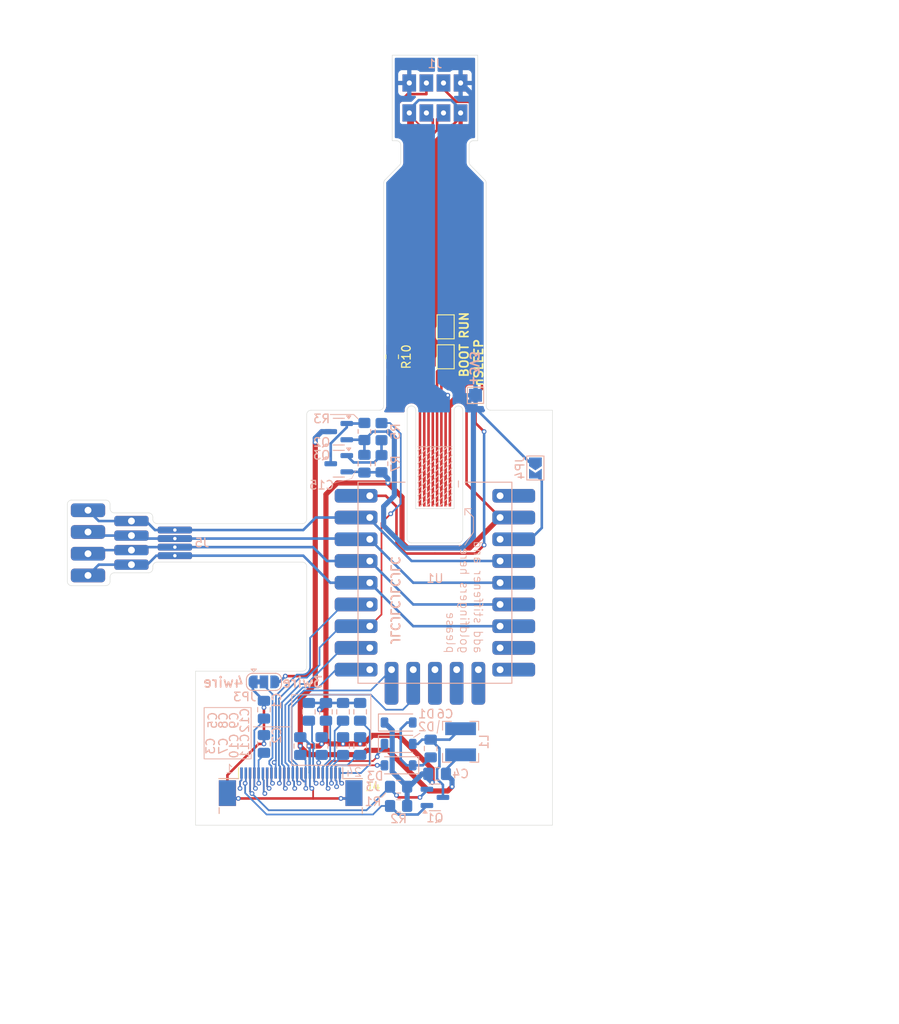
<source format=kicad_pcb>
(kicad_pcb (version 20221018) (generator pcbnew)
  (layers (0 "F.Cu" signal) (31 "B.Cu" signal) (34 "B.Paste" user) (35 "F.Paste" user) (36 "B.SilkS" user "B.Silkscreen") (37 "F.SilkS" user "F.Silkscreen") (38 "B.Mask" user) (39 "F.Mask" user) (44 "Edge.Cuts" user))
  (net 0 "")
  (net 1 "GND")
  (net 2 "+5V")
  (net 3 "Net-(J1-BOARD_ID)")
  (net 4 "+3V3")
  (net 5 "/SLEEP")
  (net 6 "/BOOT")
  (net 7 "/RUN")
  (net 8 "/USB_N")
  (net 9 "/USB_P")
  (net 10 "Net-(J3-Pin_21)")
  (net 11 "Net-(J3-Pin_20)")
  (net 12 "/3V3_EP")
  (net 13 "Net-(J3-Pin_7)")
  (net 14 "Net-(D1-A)")
  (net 15 "Net-(D3-A)")
  (net 16 "Net-(J3-Pin_6)")
  (net 17 "Net-(J3-Pin_5)")
  (net 18 "/PREVGH")
  (net 19 "Net-(J3-Pin_3)")
  (net 20 "/PREVGL")
  (net 21 "Net-(J3-Pin_1)")
  (net 22 "Net-(Q2-G)")
  (net 23 "Net-(Q3-B)")
  (net 24 "/RST")
  (net 28 "/BUSY")
  (net 29 "/SCK")
  (net 30 "/DIN")
  (net 31 "/DC")
  (net 32 "/CS")
  (net 33 "/3V3_RPI")
  (net 34 "/5V_RPI")
  (net 35 "/BS")
  (net 36 "Net-(J3-Pin_18)")
  (net 37 "Net-(J3-Pin_19)")
  (net 38 "/RESE")
  (net 39 "/GDR")
  (net 40 "Net-(J3-Pin_24)")
  (net 41 "Net-(J5-Pin_1)")
  (net 42 "Net-(J5-Pin_2)")
  (net 43 "Net-(J5-Pin_3)")
  (net 44 "Net-(J5-Pin_4)")
  (footprint "TestPoint:TestPoint_Pad_1.5x1.5mm" (layer "F.Cu") (at 130.25 80.25)
    (fp_text reference "TP1" hide)
    (fp_text value "TestPoint")
  )
  (footprint "Connector_FFC-FPC:Jushuo_AFC07-S24FCA-00_1x24-1MP_P0.50_Horizontal" (layer "F.Cu") (at 108.625 126)
    (fp_text reference "J4")
    (fp_text value "0.5 mm, 24P")
  )
  (footprint "Resistor_SMD:R_0805_2012Metric_Pad1.20x1.40mm_HandSolder" (layer "F.Cu") (at 120.5 75.75 -90)
    (fp_text reference "R10")
    (fp_text value "DNP")
  )
  (footprint "Jumper:SolderJumper-2_P1.3mm_Open_TrianglePad1.0x1.5mm" (layer "F.Cu") (at 126.75 75.75 90)
    (fp_text reference "JP2" hide)
    (fp_text value "SolderJumper_2_Open" hide)
  )
  (footprint "Jumper:SolderJumper-2_P1.3mm_Open_TrianglePad1.0x1.5mm" (layer "F.Cu") (at 126.75 72.25 90)
    (fp_text reference "JP1" hide)
    (fp_text value "SolderJumper_2_Open" hide)
  )
  (footprint "fw16_epaper:GoldFingersRP2040Tiny" (layer "F.Cu") (at 125.5 91.25)
    (fp_text reference "J2" hide)
    (fp_text value "Conn_01x08_Pin" hide)
  )
  (footprint "Capacitor_SMD:C_0805_2012Metric_Pad1.18x1.45mm_HandSolder" (layer "B.Cu") (at 114.75 117.25 -90)
    (fp_text reference "C9")
    (fp_text value "105")
  )
  (footprint "Capacitor_SMD:C_0805_2012Metric_Pad1.18x1.45mm_HandSolder" (layer "B.Cu") (at 112.25 121.25 -90)
    (fp_text reference "C7")
    (fp_text value "105")
  )
  (footprint "fw16_epaper:PogoPads_2x4_P2.0mm_FPC" (layer "B.Cu") (at 125.5 45.5 180)
    (fp_text reference "J1")
    (fp_text value "~")
  )
  (footprint "fw16_epaper:RP2040-Tiny" (layer "B.Cu") (at 125.5 102.16 180)
    (fp_text reference "U1")
    (fp_text value "~")
  )
  (footprint "Capacitor_SMD:C_0805_2012Metric_Pad1.18x1.45mm_HandSolder" (layer "B.Cu") (at 110.75 117.25 -90)
    (fp_text reference "C5")
    (fp_text value "105")
  )
  (footprint "Capacitor_SMD:C_0805_2012Metric_Pad1.18x1.45mm_HandSolder" (layer "B.Cu") (at 114.75 121.25 -90)
    (fp_text reference "C10")
    (fp_text value "105")
  )
  (footprint "Resistor_SMD:R_0805_2012Metric_Pad1.20x1.40mm_HandSolder" (layer "B.Cu") (at 121.25 126 180)
    (fp_text reference "R1")
    (fp_text value "0.47R")
  )
  (footprint "Capacitor_SMD:C_0805_2012Metric_Pad1.18x1.45mm_HandSolder" (layer "B.Cu") (at 116.75 117.25 -90)
    (fp_text reference "C12")
    (fp_text value "105")
  )
  (footprint "Capacitor_SMD:C_0805_2012Metric_Pad1.18x1.45mm_HandSolder" (layer "B.Cu") (at 109.75 121.25 -90)
    (fp_text reference "C3")
    (fp_text value "104 !")
  )
  (footprint "Jumper:SolderJumper-3_P1.3mm_Bridged12_RoundedPad1.0x1.5mm" (layer "B.Cu") (at 105.5 113.75)
    (fp_text reference "JP3")
    (fp_text value "SolderJumper_3_Bridged12")
  )
  (footprint "Package_TO_SOT_SMD:SOT-23" (layer "B.Cu") (at 114.25 88.25 180)
    (fp_text reference "Q3")
    (fp_text value "S8050 SMD")
  )
  (footprint "Resistor_SMD:R_0805_2012Metric_Pad1.20x1.40mm_HandSolder" (layer "B.Cu") (at 119.25 88.25 90)
    (fp_text reference "R7")
    (fp_text value "47k")
  )
  (footprint "Capacitor_SMD:C_0805_2012Metric_Pad1.18x1.45mm_HandSolder" (layer "B.Cu") (at 117.25 88.25 90)
    (fp_text reference "C15")
    (fp_text value "104 !")
  )
  (footprint "Capacitor_SMD:C_0805_2012Metric_Pad1.18x1.45mm_HandSolder" (layer "B.Cu") (at 112.75 117.25 -90)
    (fp_text reference "C8")
    (fp_text value "105")
  )
  (footprint "Resistor_SMD:R_0805_2012Metric_Pad1.20x1.40mm_HandSolder" (layer "B.Cu") (at 119.25 84.5 90)
    (fp_text reference "R5")
    (fp_text value "10k")
  )
  (footprint "Package_TO_SOT_SMD:SOT-23" (layer "B.Cu") (at 114.25 84.5 180)
    (fp_text reference "Q2")
    (fp_text value "AO3401A")
  )
  (footprint "Diode_SMD:D_SOD-123" (layer "B.Cu") (at 121.25 118.5)
    (fp_text reference "D1")
    (fp_text value "MBR0530")
  )
  (footprint "TestPoint:TestPoint_Pad_1.5x1.5mm" (layer "B.Cu") (at 130.25 80.25 180)
    (fp_text reference "TP2" hide)
    (fp_text value "TestPoint")
  )
  (footprint "Diode_SMD:D_SOD-123" (layer "B.Cu") (at 121.25 123.5 180)
    (fp_text reference "D2")
    (fp_text value "MBR0530")
  )
  (footprint "Connector_FFC-FPC:Jushuo_AFC07-S24FCA-00_1x24-1MP_P0.50_Horizontal" (layer "B.Cu") (at 108.625 126 180)
    (fp_text reference "J3")
    (fp_text value "0.5 mm, 24P")
  )
  (footprint "Capacitor_SMD:C_0805_2012Metric_Pad1.18x1.45mm_HandSolder" (layer "B.Cu") (at 105.5 117 -90)
    (fp_text reference "C1")
    (fp_text value "105")
  )
  (footprint "Package_TO_SOT_SMD:SOT-23" (layer "B.Cu") (at 125.5 127.25)
    (fp_text reference "Q1")
    (fp_text value "BSS138")
  )
  (footprint "Capacitor_SMD:C_0805_2012Metric_Pad1.18x1.45mm_HandSolder" (layer "B.Cu") (at 116.75 121.25 -90)
    (fp_text reference "C11")
    (fp_text value "105")
  )
  (footprint "Resistor_SMD:R_0805_2012Metric_Pad1.20x1.40mm_HandSolder" (layer "B.Cu") (at 121.25 128.25 180)
    (fp_text reference "R2")
    (fp_text value "10k")
  )
  (footprint "Capacitor_SMD:C_0805_2012Metric_Pad1.18x1.45mm_HandSolder" (layer "B.Cu") (at 105.5 121 -90)
    (fp_text reference "C2")
    (fp_text value "105")
  )
  (footprint "Capacitor_SMD:C_0805_2012Metric_Pad1.18x1.45mm_HandSolder" (layer "B.Cu") (at 125 121.5375 90)
    (fp_text reference "C6")
    (fp_text value "4.7uF/50V")
  )
  (footprint "Jumper:SolderJumper-2_P1.3mm_Open_TrianglePad1.0x1.5mm" (layer "B.Cu") (at 137.25 88.75 -90)
    (fp_text reference "JP4")
    (fp_text value "SolderJumper_2_Open")
  )
  (footprint "Inductor_SMD:L_Bourns-SRN4018" (layer "B.Cu") (at 128.5 120.75 90)
    (fp_text reference "L1")
    (fp_text value "68uH")
  )
  (footprint "Diode_SMD:D_SOD-123" (layer "B.Cu") (at 121.25 121)
    (fp_text reference "D3")
    (fp_text value "MBR0530")
  )
  (footprint "Capacitor_SMD:C_0805_2012Metric_Pad1.18x1.45mm_HandSolder" (layer "B.Cu") (at 125.75 124.5)
    (fp_text reference "C4")
    (fp_text value "4.7uF/50V")
  )
  (footprint "fw16_epaper:TouchConnector" (layer "B.Cu") (at 84.92 97.5 180)
    (fp_text reference "J5")
    (fp_text value "~")
  )
  (footprint "Resistor_SMD:R_0805_2012Metric_Pad1.20x1.40mm_HandSolder" (layer "B.Cu") (at 117.25 84.48 -90)
    (fp_text reference "R3")
    (fp_text value "100k")
  )
  (gr_line (start 113.25 82.5) (end 116 82.5) (stroke (width 0.1)) (layer "B.SilkS"))
  (gr_rect (start 108.75 115.25) (end 118 123.5) (stroke (width 0.1)) (fill none) (layer "B.SilkS"))
  (gr_line (start 123.5 86.25) (end 127.5 86.25) (stroke (width 0.1)) (layer "B.SilkS"))
  (gr_line (start 123.5 91.25) (end 127.5 87.25) (stroke (width 0.1)) (layer "B.SilkS"))
  (gr_line (start 104.25 119) (end 108.5 119) (stroke (width 0.1)) (layer "B.SilkS"))
  (gr_line (start 125.25 93.25) (end 127.5 91) (stroke (width 0.1)) (layer "B.SilkS"))
  (gr_line (start 123.5 90.5) (end 127.5 86.5) (stroke (width 0.1)) (layer "B.SilkS"))
  (gr_line (start 123.5 89) (end 126.25 86.25) (stroke (width 0.1)) (layer "B.SilkS"))
  (gr_line (start 130 96.25) (end 129 97.75) (stroke (width 0.1)) (layer "B.SilkS"))
  (gr_line (start 129 93.5) (end 129 94.25) (stroke (width 0.1)) (layer "B.SilkS"))
  (gr_line (start 123 120.25) (end 123.75 119.75) (stroke (width 0.1)) (layer "B.SilkS"))
  (gr_line (start 123.5 87.5) (end 124.75 86.25) (stroke (width 0.1)) (layer "B.SilkS"))
  (gr_line (start 129.75 93.5) (end 129 93.5) (stroke (width 0.1)) (layer "B.SilkS"))
  (gr_line (start 119.25 127.25) (end 119.75 126.75) (stroke (width 0.1)) (layer "B.SilkS"))
  (gr_line (start 123.5 89.75) (end 127 86.25) (stroke (width 0.1)) (layer "B.SilkS"))
  (gr_line (start 128.25 91) (end 128.25 90.25) (stroke (width 0.1)) (layer "B.SilkS"))
  (gr_line (start 124.5 93.25) (end 127.5 90.25) (stroke (width 0.1)) (layer "B.SilkS"))
  (gr_line (start 130 94.5) (end 130 96.25) (stroke (width 0.1)) (layer "B.SilkS"))
  (gr_line (start 123.5 86.75) (end 124 86.25) (stroke (width 0.1)) (layer "B.SilkS"))
  (gr_line (start 129 93.5) (end 130 94.5) (stroke (width 0.1)) (layer "B.SilkS"))
  (gr_line (start 115.75 90) (end 116.25 89) (stroke (width 0.05)) (layer "B.SilkS"))
  (gr_line (start 123.5 88.25) (end 125.5 86.25) (stroke (width 0.1)) (layer "B.SilkS"))
  (gr_rect (start 98.5 116.75) (end 104 122.75) (stroke (width 0.1)) (fill none) (layer "B.SilkS"))
  (gr_line (start 123.5 92.75) (end 127.5 88.75) (stroke (width 0.1)) (layer "B.SilkS"))
  (gr_line (start 113.75 90.5) (end 115.75 90) (stroke (width 0.05)) (layer "B.SilkS"))
  (gr_line (start 126 118.25) (end 125.75 119.75) (stroke (width 0.1)) (layer "B.SilkS"))
  (gr_line (start 126 93.25) (end 127.5 91.75) (stroke (width 0.1)) (layer "B.SilkS"))
  (gr_line (start 123.75 93.25) (end 127.5 89.5) (stroke (width 0.1)) (layer "B.SilkS"))
  (gr_line (start 116 82.5) (end 116.5 83) (stroke (width 0.1)) (layer "B.SilkS"))
  (gr_line (start 123.5 92) (end 127.5 88) (stroke (width 0.1)) (layer "B.SilkS"))
  (gr_line (start 126.75 93.25) (end 127.5 92.5) (stroke (width 0.1)) (layer "B.SilkS"))
  (gr_arc (start 83 102.5) (mid 82.646447 102.353553) (end 82.5 102) (stroke (width 0.05)) (layer "Edge.Cuts"))
  (gr_line (start 130.5 50.5) (end 130.5 40.5) (stroke (width 0.05)) (layer "Edge.Cuts"))
  (gr_line (start 119.5 55.441341) (end 119.5 81.5) (stroke (width 0.05)) (layer "Edge.Cuts"))
  (gr_arc (start 128.25 81.5) (mid 128.603553 81.646447) (end 128.75 82) (stroke (width 0.05)) (layer "Edge.Cuts"))
  (gr_arc (start 93 95.25) (mid 92.646447 95.103553) (end 92.5 94.75) (stroke (width 0.05)) (layer "Edge.Cuts"))
  (gr_arc (start 128.75 97) (mid 128.603553 97.353553) (end 128.25 97.5) (stroke (width 0.05)) (layer "Edge.Cuts"))
  (gr_arc (start 122.75 81.5) (mid 123.103553 81.646447) (end 123.25 82) (stroke (width 0.05)) (layer "Edge.Cuts"))
  (gr_line (start 121.353553 53.353553) (end 119.646447 55.087788) (stroke (width 0.05)) (layer "Edge.Cuts"))
  (gr_line (start 87 92.5) (end 83 92.5) (stroke (width 0.05)) (layer "Edge.Cuts"))
  (gr_line (start 110.5 94.75) (end 110.5 82.5) (stroke (width 0.05)) (layer "Edge.Cuts"))
  (gr_line (start 128.75 82) (end 128.75 97) (stroke (width 0.05)) (layer "Edge.Cuts"))
  (gr_arc (start 110.5 112) (mid 110.353553 112.353553) (end 110 112.5) (stroke (width 0.05)) (layer "Edge.Cuts"))
  (gr_arc (start 87.5 101.5) (mid 87.646447 101.146447) (end 88 101) (stroke (width 0.05)) (layer "Edge.Cuts"))
  (gr_line (start 130.5 40.5) (end 120.5 40.5) (stroke (width 0.05)) (layer "Edge.Cuts"))
  (gr_arc (start 88 94) (mid 87.646447 93.853553) (end 87.5 93.5) (stroke (width 0.05)) (layer "Edge.Cuts"))
  (gr_arc (start 92 94) (mid 92.353553 94.146447) (end 92.5 94.5) (stroke (width 0.05)) (layer "Edge.Cuts"))
  (gr_arc (start 119.5 55.441341) (mid 119.538061 55.25) (end 119.646447 55.087788) (stroke (width 0.05)) (layer "Edge.Cuts"))
  (gr_line (start 92.5 94.5) (end 92.5 94.75) (stroke (width 0.05)) (layer "Edge.Cuts"))
  (gr_arc (start 131.353553 55.087788) (mid 131.461939 55.249999) (end 131.5 55.441341) (stroke (width 0.05)) (layer "Edge.Cuts"))
  (gr_line (start 122.75 97.5) (end 128.25 97.5) (stroke (width 0.05)) (layer "Edge.Cuts"))
  (gr_arc (start 92.5 100.5) (mid 92.353553 100.853553) (end 92 101) (stroke (width 0.05)) (layer "Edge.Cuts"))
  (gr_line (start 82.5 93) (end 82.5 102) (stroke (width 0.05)) (layer "Edge.Cuts"))
  (gr_line (start 87.5 102) (end 87.5 101.5) (stroke (width 0.05)) (layer "Edge.Cuts"))
  (gr_arc (start 92.5 100.25) (mid 92.646447 99.896447) (end 93 99.75) (stroke (width 0.05)) (layer "Edge.Cuts"))
  (gr_arc (start 110.5 94.75) (mid 110.353553 95.103553) (end 110 95.25) (stroke (width 0.05)) (layer "Edge.Cuts"))
  (gr_line (start 120.5 40.5) (end 120.5 50.5) (stroke (width 0.05)) (layer "Edge.Cuts"))
  (gr_arc (start 129.646447 53.353553) (mid 129.538061 53.191342) (end 129.5 53) (stroke (width 0.05)) (layer "Edge.Cuts"))
  (gr_line (start 97.5 112.5) (end 110 112.5) (stroke (width 0.05)) (layer "Edge.Cuts"))
  (gr_arc (start 82.5 93) (mid 82.646447 92.646447) (end 83 92.5) (stroke (width 0.05)) (layer "Edge.Cuts"))
  (gr_line (start 92.5 100.5) (end 92.5 100.25) (stroke (width 0.05)) (layer "Edge.Cuts"))
  (gr_arc (start 110 99.75) (mid 110.353553 99.896447) (end 110.5 100.25) (stroke (width 0.05)) (layer "Edge.Cuts"))
  (gr_arc (start 87 92.5) (mid 87.353553 92.646447) (end 87.5 93) (stroke (width 0.05)) (layer "Edge.Cuts"))
  (gr_line (start 93 99.75) (end 110 99.75) (stroke (width 0.05)) (layer "Edge.Cuts"))
  (gr_arc (start 122.75 97.5) (mid 122.396447 97.353553) (end 122.25 97) (stroke (width 0.05)) (layer "Edge.Cuts"))
  (gr_line (start 97.5 130.5) (end 97.5 112.5) (stroke (width 0.05)) (layer "Edge.Cuts"))
  (gr_arc (start 110.5 82.5) (mid 110.646447 82.146447) (end 111 82) (stroke (width 0.05)) (layer "Edge.Cuts"))
  (gr_line (start 132 82) (end 139.25 82) (stroke (width 0.05)) (layer "Edge.Cuts"))
  (gr_line (start 123.25 93.5) (end 127.75 93.5) (stroke (width 0.05)) (layer "Edge.Cuts"))
  (gr_line (start 120.5 50.5) (end 121 50.5) (stroke (width 0.05)) (layer "Edge.Cuts"))
  (gr_line (start 87.5 93.5) (end 87.5 93) (stroke (width 0.05)) (layer "Edge.Cuts"))
  (gr_line (start 83 102.5) (end 87 102.5) (stroke (width 0.05)) (layer "Edge.Cuts"))
  (gr_line (start 110.5 100.25) (end 110.5 112) (stroke (width 0.05)) (layer "Edge.Cuts"))
  (gr_line (start 88 101) (end 92 101) (stroke (width 0.05)) (layer "Edge.Cuts"))
  (gr_line (start 139.25 130.5) (end 97.5 130.5) (stroke (width 0.05)) (layer "Edge.Cuts"))
  (gr_arc (start 129.5 51) (mid 129.646447 50.646447) (end 130 50.5) (stroke (width 0.05)) (layer "Edge.Cuts"))
  (gr_line (start 122.25 82) (end 122.25 90.25) (stroke (width 0.05)) (layer "Edge.Cuts"))
  (gr_line (start 121.5 51) (end 121.5 53) (stroke (width 0.05)) (layer "Edge.Cuts"))
  (gr_arc (start 121.5 53) (mid 121.461939 53.191341) (end 121.353553 53.353553) (stroke (width 0.05)) (layer "Edge.Cuts"))
  (gr_line (start 131.353553 55.087788) (end 129.646447 53.353553) (stroke (width 0.05)) (layer "Edge.Cuts"))
  (gr_line (start 122.25 90.25) (end 122.25 97) (stroke (width 0.05)) (layer "Edge.Cuts"))
  (gr_arc (start 122.25 82) (mid 122.396447 81.646447) (end 122.75 81.5) (stroke (width 0.05)) (layer "Edge.Cuts"))
  (gr_line (start 127.75 82) (end 127.75 93.5) (stroke (width 0.05)) (layer "Edge.Cuts"))
  (gr_line (start 129.5 51) (end 129.5 53) (stroke (width 0.05)) (layer "Edge.Cuts"))
  (gr_line (start 131.5 55.441341) (end 131.5 81.5) (stroke (width 0.05)) (layer "Edge.Cuts"))
  (gr_line (start 119 82) (end 111 82) (stroke (width 0.05)) (layer "Edge.Cuts"))
  (gr_line (start 139.25 94.75) (end 139.25 130.5) (stroke (width 0.05)) (layer "Edge.Cuts"))
  (gr_line (start 139.25 82) (end 139.25 94.75) (stroke (width 0.05)) (layer "Edge.Cuts"))
  (gr_line (start 88 94) (end 92 94) (stroke (width 0.05)) (layer "Edge.Cuts"))
  (gr_line (start 93 95.25) (end 110 95.25) (stroke (width 0.05)) (layer "Edge.Cuts"))
  (gr_line (start 130 50.5) (end 130.5 50.5) (stroke (width 0.05)) (layer "Edge.Cuts"))
  (gr_arc (start 121 50.5) (mid 121.353553 50.646447) (end 121.5 51) (stroke (width 0.05)) (layer "Edge.Cuts"))
  (gr_arc (start 132 82) (mid 131.646447 81.853553) (end 131.5 81.5) (stroke (width 0.05)) (layer "Edge.Cuts"))
  (gr_line (start 123.25 82) (end 123.25 93.5) (stroke (width 0.05)) (layer "Edge.Cuts"))
  (gr_arc (start 127.75 82) (mid 127.896447 81.646447) (end 128.25 81.5) (stroke (width 0.05)) (layer "Edge.Cuts"))
  (gr_arc (start 119.5 81.5) (mid 119.353553 81.853553) (end 119 82) (stroke (width 0.05)) (layer "Edge.Cuts"))
  (gr_arc (start 87.5 102) (mid 87.353553 102.353553) (end 87 102.5) (stroke (width 0.05)) (layer "Edge.Cuts"))
  (gr_text "add stiffener and\ngoldfingers here,\nplease" (at 126.75 110.5 270) (layer "B.SilkS") (effects (font (size 1 1) (thickness 0.1)) (justify left bottom mirror)))
  (gr_text "1" (at 102 124.5) (layer "B.SilkS") (effects (font (size 1 1) (thickness 0.1)) (justify left bottom mirror)))
  (gr_text "3wire" (at 112.5 114.5) (layer "B.SilkS") (effects (font (size 1.2 1.2) (thickness 0.2) bold) (justify left bottom mirror)))
  (gr_text "4wire" (at 103.25 114.5) (layer "B.SilkS") (effects (font (size 1.2 1.2) (thickness 0.2) bold) (justify left bottom mirror)))
  (gr_text "+3V3" (at 129.5 79.25 -90) (layer "B.SilkS") (effects (font (size 1 1) (thickness 0.2) bold) (justify left bottom mirror)))
  (gr_text "JLCJLCJLCJLC" (at 120.25 109.5 -90) (layer "B.SilkS") (effects (font (size 1 1) (thickness 0.2) bold) (justify left bottom mirror)))
  (gr_text "24" (at 117.025 124.9) (layer "B.SilkS") (effects (font (size 1 1) (thickness 0.1)) (justify left bottom mirror)))
  (gr_text "RUN" (at 129.5 73.75 90) (layer "F.SilkS") (effects (font (size 1 1) (thickness 0.2) bold) (justify left bottom)))
  (gr_text "BOOT" (at 129.5 78.25 90) (layer "F.SilkS") (effects (font (size 1 1) (thickness 0.2)) (justify left bottom)))
  (gr_text "nSLEEP" (at 131.2 79.3 90) (layer "F.SilkS") (effects (font (size 1 1) (thickness 0.2)) (justify left bottom)))
  (segment (start 105.5 121) (end 105.5 116.750004) (width 0.3) (layer "F.Cu") (net 1))
  (segment (start 122.75 47.5) (end 122.75 51.499986) (width 0.6) (layer "F.Cu") (net 1))
  (segment (start 121.25 120) (end 125.176997 123.926997) (width 0.6) (layer "F.Cu") (net 1))
  (segment (start 114.75 121) (end 113.25 121) (width 0.6) (layer "F.Cu") (net 1))
  (segment (start 104.875 121) (end 105.5 121) (width 0.3) (layer "F.Cu") (net 1))
  (segment (start 128.25 79.75) (end 129.75 78.25) (width 0.3) (layer "F.Cu") (net 1))
  (segment (start 101.85 127.375) (end 111.25 127.375) (width 0.3) (layer "F.Cu") (net 1))
  (segment (start 127.25 81) (end 127.75 80.5) (width 0.3) (layer "F.Cu") (net 1))
  (segment (start 112.75 120.5) (end 112.25 121) (width 0.6) (layer "F.Cu") (net 1))
  (segment locked (start 122.5 47.45) (end 122.5 47.25) (width 0.2) (layer "F.Cu") (net 1))
  (segment (start 112.000016 117) (end 112.000008 116.999992) (width 0.6) (layer "F.Cu") (net 1))
  (segment (start 116.025 126.75) (end 115.4 127.375) (width 0.3) (layer "F.Cu") (net 1))
  (segment (start 127.75 80.5) (end 127.75 80.25) (width 0.3) (layer "F.Cu") (net 1))
  (segment (start 105.5 116.750004) (end 105.499996 116.75) (width 0.3) (layer "F.Cu") (net 1))
  (segment locked (start 128.5 47.45) (end 128.5 47.25) (width 0.3) (layer "F.Cu") (net 1))
  (segment (start 122.5 47.25) (end 122.75 47.5) (width 0.6) (layer "F.Cu") (net 1))
  (segment (start 129 69) (end 129.75 69) (width 0.3) (layer "F.Cu") (net 1))
  (segment (start 112.75 117) (end 112.75 120.5) (width 0.6) (layer "F.Cu") (net 1))
  (segment (start 116.75 121) (end 117.18934 121) (width 0.6) (layer "F.Cu") (net 1))
  (segment (start 101.225 126.75) (end 101.85 127.375) (width 0.3) (layer "F.Cu") (net 1))
  (segment (start 101.225 126.75) (end 101.225 124.65) (width 0.3) (layer "F.Cu") (net 1))
  (segment (start 122.75 51.499986) (end 122.749986 51.5) (width 0.6) (layer "F.Cu") (net 1))
  (segment (start 114.077918 90.5) (end 112.75 91.827918) (width 0.6) (layer "F.Cu") (net 1))
  (segment (start 127.75 80.25) (end 128.25 79.75) (width 0.3) (layer "F.Cu") (net 1))
  (segment (start 110.875 125.975) (end 111.1 126.2) (width 0.2) (layer "F.Cu") (net 1))
  (segment locked (start 123.75 48.7) (end 122.5 47.45) (width 0.2) (layer "F.Cu") (net 1))
  (segment (start 118.18934 120) (end 121.25 120) (width 0.6) (layer "F.Cu") (net 1))
  (segment locked (start 125.25 51) (end 128.5 47.75) (width 0.3) (layer "F.Cu") (net 1))
  (segment (start 128 49.5) (end 128.5 49) (width 0.3) (layer "F.Cu") (net 1))
  (segment (start 133.12 94.54) (end 129.56 98.1) (width 0.6) (layer "F.Cu") (net 1))
  (segment (start 122.290318 98.1) (end 121.65 97.459682) (width 0.6) (layer "F.Cu") (net 1))
  (segment (start 121.65 92.15) (end 120 90.5) (width 0.6) (layer "F.Cu") (net 1))
  (segment locked (start 128.5 47.75) (end 128.5 47.45) (width 0.3) (layer "F.Cu") (net 1))
  (segment (start 110.875 124.4) (end 110.875 125.975) (width 0.2) (layer "F.Cu") (net 1))
  (segment locked (start 125.25 74.75) (end 125.25 51) (width 0.3) (layer "F.Cu") (net 1))
  (segment (start 129.75 69) (end 129.75 55.5) (width 0.3) (layer "F.Cu") (net 1))
  (segment (start 121.65 97.459682) (end 121.65 92.15) (width 0.6) (layer "F.Cu") (net 1))
  (segment (start 117.18934 121) (end 118.18934 120) (width 0.6) (layer "F.Cu") (net 1))
  (segment (start 115.4 127.375) (end 111.25 127.375) (width 0.3) (layer "F.Cu") (net 1))
  (segment (start 125.25 91.25) (end 125.25 74.75) (width 0.3) (layer "F.Cu") (net 1))
  (segment (start 129.56 98.1) (end 122.290318 98.1) (width 0.6) (layer "F.Cu") (net 1))
  (segment (start 113.25 121) (end 112.75 120.5) (width 0.6) (layer "F.Cu") (net 1))
  (segment (start 112.75 91.827918) (end 112.75 117) (width 0.6) (layer "F.Cu") (net 1))
  (segment (start 133.12 94.54) (end 129.2 90.62) (width 0.3) (layer "F.Cu") (net 1))
  (segment (start 129.2 90.62) (end 129.2 80.7) (width 0.3) (layer "F.Cu") (net 1))
  (segment (start 126.75 74.75) (end 125.25 74.75) (width 0.3) (layer "F.Cu") (net 1))
  (segment (start 112.25 121) (end 112 121.25) (width 0.6) (layer "F.Cu") (net 1))
  (segment (start 111.25 126.35) (end 111.25 127.375) (width 0.2) (layer "F.Cu") (net 1))
  (segment (start 112.75 117) (end 112.000016 117) (width 0.6) (layer "F.Cu") (net 1))
  (segment (start 111.1 126.2) (end 111.25 126.35) (width 0.2) (layer "F.Cu") (net 1))
  (segment (start 125.176997 123.926997) (end 125.176997 125.500608) (width 0.6) (layer "F.Cu") (net 1))
  (segment (start 116.75 121) (end 114.75 121) (width 0.6) (layer "F.Cu") (net 1))
  (segment locked (start 123.75 91.25) (end 123.75 48.7) (width 0.3) (layer "F.Cu") (net 1))
  (segment (start 112 121.25) (end 110.75 121.25) (width 0.6) (layer "F.Cu") (net 1))
  (segment (start 128 53.75) (end 128 49.5) (width 0.3) (layer "F.Cu") (net 1))
  (segment (start 127.25 91.25) (end 127.25 81) (width 0.3) (layer "F.Cu") (net 1))
  (segment (start 129.75 55.5) (end 128 53.75) (width 0.3) (layer "F.Cu") (net 1))
  (segment (start 129.2 80.7) (end 128.25 79.75) (width 0.3) (layer "F.Cu") (net 1))
  (segment (start 120 90.5) (end 114.077918 90.5) (width 0.6) (layer "F.Cu") (net 1))
  (segment (start 101.225 124.65) (end 104.875 121) (width 0.3) (layer "F.Cu") (net 1))
  (segment (start 128.5 49) (end 128.5 47.25) (width 0.3) (layer "F.Cu") (net 1))
  (segment (start 126.75 71.25) (end 129 69) (width 0.3) (layer "F.Cu") (net 1))
  (segment (start 129.75 78.25) (end 129.75 69) (width 0.3) (layer "F.Cu") (net 1))
  (via (at 112.25 121) (size 0.55) (drill 0.3) (layers "F.Cu" "B.Cu") (net 1))
  (via (at 114.75 121) (size 0.55) (drill 0.3) (layers "F.Cu" "B.Cu") (net 1))
  (via (at 110.75 121.25) (size 0.55) (drill 0.3) (layers "F.Cu" "B.Cu") (net 1))
  (via (at 116.75 121) (size 0.55) (drill 0.3) (layers "F.Cu" "B.Cu") (net 1))
  (via (at 120 90.5) (size 0.55) (drill 0.3) (layers "F.Cu" "B.Cu") (net 1))
  (via (at 114.5 127.375) (size 0.55) (drill 0.3) (layers "F.Cu" "B.Cu") (net 1))
  (via (at 105.5 121) (size 0.55) (drill 0.3) (layers "F.Cu" "B.Cu") (net 1))
  (via (at 125.176997 125.500608) (size 0.55) (drill 0.3) (layers "F.Cu" "B.Cu") (net 1))
  (via (at 112.000008 116.999992) (size 0.55) (drill 0.3) (layers "F.Cu" "B.Cu") (net 1))
  (via (at 105.499996 116.75) (size 0.55) (drill 0.3) (layers "F.Cu" "B.Cu") (net 1))
  (via (at 111.1 126.2) (size 0.55) (drill 0.3) (layers "F.Cu" "B.Cu") (net 1))
  (via (at 102.5 127.375) (size 0.55) (drill 0.3) (layers "F.Cu" "B.Cu") (net 1))
  (segment (start 114.75 116.2125) (end 116.75 116.2125) (width 0.3) (layer "B.Cu") (net 1))
  (segment (start 115.1875 89.2) (end 117.1625 89.2) (width 0.3) (layer "B.Cu") (net 1))
  (segment (start 122.5 126) (end 124 124.5) (width 0.6) (layer "B.Cu") (net 1))
  (segment (start 105.5 119.9625) (end 105.5 121) (width 0.3) (layer "B.Cu") (net 1))
  (segment (start 112.25 121) (end 112.25 120.2125) (width 0.3) (layer "B.Cu") (net 1))
  (segment (start 110.85 121.35) (end 110.75 121.25) (width 0.3) (layer "B.Cu") (net 1))
  (segment (start 119.6 118.5) (end 120.5 119.4) (width 0.6) (layer "B.Cu") (net 1))
  (segment (start 123.6 45.75) (end 122.5 46.85) (width 0.3) (layer "B.Cu") (net 1))
  (segment (start 110.75 121.25) (end 110.75 120.9625) (width 0.3) (layer "B.Cu") (net 1))
  (segment (start 128.5 47.25) (end 128.5 46.85) (width 0.3) (layer "B.Cu") (net 1))
  (segment (start 101.85 127.375) (end 102.5 127.375) (width 0.3) (layer "B.Cu") (net 1))
  (segment (start 120.5 124.25) (end 122.25 126) (width 0.6) (layer "B.Cu") (net 1))
  (segment (start 127.4 45.75) (end 123.6 45.75) (width 0.3) (layer "B.Cu") (net 1))
  (segment (start 110.75 120.9625) (end 110 120.2125) (width 0.3) (layer "B.Cu") (net 1))
  (segment (start 120 90.5) (end 120 90) (width 0.6) (layer "B.Cu") (net 1))
  (segment (start 120 90) (end 119.25 89.25) (width 0.6) (layer "B.Cu") (net 1))
  (segment (start 119.25 89.25) (end 117.2875 89.25) (width 0.3) (layer "B.Cu") (net 1))
  (segment (start 111.1 126.2) (end 110.875 125.975) (width 0.2) (layer "B.Cu") (net 1))
  (segment (start 117.2875 89.25) (end 117.25 89.2875) (width 0.3) (layer "B.Cu") (net 1))
  (segment (start 110.875 125.975) (end 110.875 124.4) (width 0.2) (layer "B.Cu") (net 1))
  (segment (start 110.75 116.2125) (end 112.75 116.2125) (width 0.3) (layer "B.Cu") (net 1))
  (segment (start 110.85 124.375) (end 110.85 121.35) (width 0.3) (layer "B.Cu") (net 1))
  (segment (start 104.2 113.75) (end 104.2 114.6625) (width 0.3) (layer "B.Cu") (net 1))
  (segment (start 122.25 126) (end 122.25 128.25) (width 0.6) (layer "B.Cu") (net 1))
  (segment (start 122.25 126) (end 122.5 126) (width 0.6) (layer "B.Cu") (net 1))
  (segment (start 128.5 46.85) (end 127.4 45.75) (width 0.3) (layer "B.Cu") (net 1))
  (segment (start 105.499996 115.962496) (end 105.499996 116.75) (width 0.3) (layer "B.Cu") (net 1))
  (segment (start 104.2 114.6625) (end 105.499996 115.962496) (width 0.3) (layer "B.Cu") (net 1))
  (segment (start 124.7125 125.036111) (end 125.176997 125.500608) (width 0.6) (layer "B.Cu") (net 1))
  (segment (start 112.000008 116.999992) (end 112.000008 116.962492) (width 0.6) (layer "B.Cu") (net 1))
  (segment (start 114.75 121) (end 114.75 120.2125) (width 0.3) (layer "B.Cu") (net 1))
  (segment (start 114.5 127.375) (end 115.4 127.375) (width 0.3) (layer "B.Cu") (net 1))
  (segment (start 122.5 46.85) (end 122.5 47.25) (width 0.3) (layer "B.Cu") (net 1))
  (segment (start 112.000008 116.962492) (end 112.75 116.2125) (width 0.6) (layer "B.Cu") (net 1))
  (segment (start 101.225 126.75) (end 101.85 127.375) (width 0.3) (layer "B.Cu") (net 1))
  (segment (start 116.75 120.2125) (end 116.75 121) (width 0.3) (layer "B.Cu") (net 1))
  (segment (start 117.1625 89.2) (end 117.25 89.2875) (width 0.3) (layer "B.Cu") (net 1))
  (segment (start 112.75 116.2125) (end 114.75 116.2125) (width 0.3) (layer "B.Cu") (net 1))
  (segment (start 120.5 119.4) (end 120.5 124.25) (width 0.6) (layer "B.Cu") (net 1))
  (segment (start 124.7125 124.5) (end 124.7125 125.036111) (width 0.6) (layer "B.Cu") (net 1))
  (segment (start 124 124.5) (end 124.7125 124.5) (width 0.6) (layer "B.Cu") (net 1))
  (segment (start 115.4 127.375) (end 116.025 126.75) (width 0.3) (layer "B.Cu") (net 1))
  (segment (start 110.875 124.4) (end 110.85 124.375) (width 0.3) (layer "B.Cu") (net 1))
  (segment (start 126.75 80.5) (end 127 80.25) (width 0.2) (layer "F.Cu") (net 2))
  (segment (start 126.75 80.75) (end 126.75 80.5) (width 0.2) (layer "F.Cu") (net 2))
  (segment (start 126.75 91.25) (end 126.75 80.75) (width 0.3) (layer "F.Cu") (net 2))
  (via (at 127 80.25) (size 0.55) (drill 0.3) (layers "F.Cu" "B.Cu") (net 2))
  (segment (start 121.95 53.55) (end 121.95 49.45) (width 0.3) (layer "F.Cu") (net 3))
  (segment (start 121.25 46.1) (end 122.3 45.05) (width 0.3) (layer "F.Cu") (net 3))
  (segment (start 120.5 74.25) (end 120 73.75) (width 0.3) (layer "F.Cu") (net 3))
  (segment (start 121.95 49.45) (end 121.25 48.75) (width 0.3) (layer "F.Cu") (net 3))
  (segment (start 120 73.75) (end 120 55.5) (width 0.3) (layer "F.Cu") (net 3))
  (segment (start 124.5 45.05) (end 124.5 43.75) (width 0.3) (layer "F.Cu") (net 3))
  (segment (start 120 55.5) (end 121.95 53.55) (width 0.3) (layer "F.Cu") (net 3))
  (segment (start 120.5 74.75) (end 120.5 74.25) (width 0.3) (layer "F.Cu") (net 3))
  (segment (start 121.25 48.75) (end 121.25 46.1) (width 0.3) (layer "F.Cu") (net 3))
  (segment (start 122.3 45.05) (end 124.5 45.05) (width 0.3) (layer "F.Cu") (net 3))
  (segment (start 119.5 95.5) (end 119.5 93.25) (width 0.6) (layer "B.Cu") (net 4))
  (segment (start 117.25 87.2125) (end 117.25 85.48) (width 0.3) (layer "B.Cu") (net 4))
  (segment (start 128.75 50.25) (end 128.75 80.5) (width 0.6) (layer "B.Cu") (net 4))
  (segment (start 117.22 85.45) (end 117.25 85.48) (width 0.3) (layer "B.Cu") (net 4))
  (segment (start 129.75 45) (end 129.75 49.25) (width 0.6) (layer "B.Cu") (net 4))
  (segment (start 120.75 92) (end 120.75 85.203122) (width 0.6) (layer "B.Cu") (net 4))
  (segment (start 122.100268 98.100268) (end 119.5 95.5) (width 0.6) (layer "B.Cu") (net 4))
  (segment (start 129.75 49.25) (end 128.75 50.25) (width 0.6) (layer "B.Cu") (net 4))
  (segment (start 137.25 88.025) (end 136.5 88.025) (width 0.3) (layer "B.Cu") (net 4))
  (segment (start 117.25 85.48) (end 118.23 84.5) (width 0.3) (layer "B.Cu") (net 4))
  (segment (start 130 96.809682) (end 128.709414 98.100268) (width 0.6) (layer "B.Cu") (net 4))
  (segment (start 118.23 84.5) (end 120.046878 84.5) (width 0.3) (layer "B.Cu") (net 4))
  (segment (start 128.5 43.75) (end 129.75 45) (width 0.6) (layer "B.Cu") (net 4))
  (segment (start 119.5 93.25) (end 120.75 92) (width 0.6) (layer "B.Cu") (net 4))
  (segment (start 130.25 81.775) (end 130.25 80.25) (width 0.3) (layer "B.Cu") (net 4))
  (segment (start 130 81.75) (end 130 96.809682) (width 0.6) (layer "B.Cu") (net 4))
  (segment (start 136.5 88.025) (end 130.25 81.775) (width 0.3) (layer "B.Cu") (net 4))
  (segment (start 120.75 85.203122) (end 120.046878 84.5) (width 0.6) (layer "B.Cu") (net 4))
  (segment (start 128.709414 98.100268) (end 122.100268 98.100268) (width 0.6) (layer "B.Cu") (net 4))
  (segment (start 128.75 80.5) (end 130 81.75) (width 0.6) (layer "B.Cu") (net 4))
  (segment (start 115.1875 85.45) (end 117.22 85.45) (width 0.3) (layer "B.Cu") (net 4))
  (segment (start 129 53.5) (end 131 55.5) (width 0.3) (layer "F.Cu") (net 5))
  (segment (start 126.5 43.75) (end 126.5 44.45) (width 0.3) (layer "F.Cu") (net 5))
  (segment (start 121 97.65821) (end 122.09179 98.75) (width 0.3) (layer "F.Cu") (net 5))
  (segment (start 122.09179 98.75) (end 125.5 98.75) (width 0.3) (layer "F.Cu") (net 5))
  (segment (start 130.25 83.5) (end 131.25 84.5) (width 0.3) (layer "F.Cu") (net 5))
  (segment (start 126.5 44.45) (end 128 45.95) (width 0.3) (layer "F.Cu") (net 5))
  (segment (start 125.5 98.75) (end 130.25 98.75) (width 0.3) (layer "F.Cu") (net 5))
  (segment (start 129 50.22092) (end 129 53.5) (width 0.3) (layer "F.Cu") (net 5))
  (segment (start 131 79.5) (end 130.25 80.25) (width 0.3) (layer "F.Cu") (net 5))
  (segment (start 128 45.95) (end 129.6 45.95) (width 0.3) (layer "F.Cu") (net 5))
  (segment (start 130.25 80.25) (end 130.25 83.5) (width 0.3) (layer "F.Cu") (net 5))
  (segment (start 131 55.5) (end 131 79.5) (width 0.3) (layer "F.Cu") (net 5))
  (segment (start 130.25 98.75) (end 131.25 97.75) (width 0.3) (layer "F.Cu") (net 5))
  (segment (start 119.75 92) (end 121 93.25) (width 0.3) (layer "F.Cu") (net 5))
  (segment (start 121 96.25) (end 121 97.65821) (width 0.3) (layer "F.Cu") (net 5))
  (segment (start 129.6 45.95) (end 129.6 49.62092) (width 0.3) (layer "F.Cu") (net 5))
  (segment (start 117.88 92) (end 119.75 92) (width 0.3) (layer "F.Cu") (net 5))
  (segment (start 121 93.25) (end 121 96.25) (width 0.3) (layer "F.Cu") (net 5))
  (segment (start 129.6 49.62092) (end 129 50.22092) (width 0.3) (layer "F.Cu") (net 5))
  (via (at 131.25 84.5) (size 0.55) (drill 0.3) (layers "F.Cu" "B.Cu") (net 5))
  (via (at 131.25 97.75) (size 0.55) (drill 0.3) (layers "F.Cu" "B.Cu") (net 5))
  (segment (start 131.25 97.75) (end 131.25 84.5) (width 0.3) (layer "B.Cu") (net 5))
  (segment (start 125.75 77.475) (end 126.75 76.475) (width 0.3) (layer "F.Cu") (net 6))
  (segment (start 125.75 91.25) (end 125.75 77.475) (width 0.3) (layer "F.Cu") (net 6))
  (segment (start 127.8 77.2) (end 127.8 74.025) (width 0.3) (layer "F.Cu") (net 7))
  (segment (start 126.25 91.25) (end 126.25 78.75) (width 0.3) (layer "F.Cu") (net 7))
  (segment (start 126.25 78.75) (end 127.8 77.2) (width 0.3) (layer "F.Cu") (net 7))
  (segment (start 127.8 74.025) (end 126.75 72.975) (width 0.3) (layer "F.Cu") (net 7))
  (segment locked (start 124.25 50) (end 125.25 49) (width 0.3) (layer "F.Cu") (net 8))
  (segment locked (start 125.25 48) (end 124.5 47.25) (width 0.3) (layer "F.Cu") (net 8))
  (segment locked (start 124.25 91.25) (end 124.25 50) (width 0.3) (layer "F.Cu") (net 8))
  (segment locked (start 125.25 49) (end 125.25 48) (width 0.3) (layer "F.Cu") (net 8))
  (segment locked (start 124.75 91.25) (end 124.75 50.25) (width 0.3) (layer "F.Cu") (net 9))
  (segment locked (start 124.75 50.25) (end 125.75 49.25) (width 0.3) (layer "F.Cu") (net 9))
  (segment locked (start 125.75 49.25) (end 125.75 48) (width 0.3) (layer "F.Cu") (net 9))
  (segment locked (start 125.75 48) (end 126.5 47.25) (width 0.3) (layer "F.Cu") (net 9))
  (segment (start 104.375 126.075) (end 104.5 126.2) (width 0.2) (layer "F.Cu") (net 10))
  (segment (start 104.375 124.4) (end 104.375 126.075) (width 0.2) (layer "F.Cu") (net 10))
  (via (at 104.5 126.2) (size 0.55) (drill 0.3) (layers "F.Cu" "B.Cu") (net 10))
  (segment (start 104.5 126.2) (end 104.375 126.075) (width 0.2) (layer "B.Cu") (net 10))
  (segment (start 104.375 126.075) (end 104.375 124.4) (width 0.2) (layer "B.Cu") (net 10))
  (segment (start 104.375 124.4) (end 104.375 119.4125) (width 0.2) (layer "B.Cu") (net 10))
  (segment (start 104.375 119.4125) (end 105.75 118.0375) (width 0.2) (layer "B.Cu") (net 10))
  (segment (start 104.875 125.495637) (end 104.875 124.4) (width 0.2) (layer "F.Cu") (net 11))
  (segment (start 104.9 125.6) (end 104.875 125.495637) (width 0.2) (layer "F.Cu") (net 11))
  (via (at 104.9 125.6) (size 0.55) (drill 0.3) (layers "F.Cu" "B.Cu") (net 11))
  (segment (start 104.875 124.4) (end 104.875 122.9125) (width 0.2) (layer "B.Cu") (net 11))
  (segment (start 104.875 122.9125) (end 105.75 122.0375) (width 0.2) (layer "B.Cu") (net 11))
  (segment (start 104.875 125.495637) (end 104.875 124.4) (width 0.2) (layer "B.Cu") (net 11))
  (segment (start 104.9 125.6) (end 104.875 125.495637) (width 0.2) (layer "B.Cu") (net 11))
  (segment (start 111.5 112.059682) (end 111.5 114) (width 0.6) (layer "F.Cu") (net 12))
  (segment (start 117.5 121.75) (end 120.020851 121.75) (width 0.6) (layer "F.Cu") (net 12))
  (segment (start 109.875 124.4) (end 109.875 125.0875) (width 0.2) (layer "F.Cu") (net 12))
  (segment (start 109.75 115.75) (end 109.75 121.25) (width 0.6) (layer "F.Cu") (net 12))
  (segment (start 110.1875 125.4) (end 110.375 125.4) (width 0.2) (layer "F.Cu") (net 12))
  (segment (start 110.375 126.175) (end 110.4 126.2) (width 0.2) (layer "F.Cu") (net 12))
  (segment (start 127 126.5) (end 127.5 126) (width 0.6) (layer "F.Cu") (net 12))
  (segment (start 110.68934 122.25) (end 117 122.25) (width 0.6) (layer "F.Cu") (net 12))
  (segment (start 110.425 113.075) (end 111.440318 112.059682) (width 0.3) (layer "F.Cu") (net 12))
  (segment (start 124.770851 126.5) (end 127 126.5) (width 0.6) (layer "F.Cu") (net 12))
  (segment (start 109.75 121.31066) (end 110.68934 122.25) (width 0.6) (layer "F.Cu") (net 12))
  (segment (start 109.75 121.25) (end 109.75 121.31066) (width 0.6) (layer "F.Cu") (net 12))
  (segment (start 110.375 124.4) (end 110.375 125.4) (width 0.2) (layer "F.Cu") (net 12))
  (segment (start 108 113.075) (end 110.425 113.075) (width 0.3) (layer "F.Cu") (net 12))
  (segment (start 111.5 85.75) (end 111.5 95.25) (width 0.6) (layer "F.Cu") (net 12))
  (segment (start 111.5 114) (end 109.75 115.75) (width 0.6) (layer "F.Cu") (net 12))
  (segment (start 110.375 125.4) (end 110.375 126.175) (width 0.2) (layer "F.Cu") (net 12))
  (segment (start 117 122.25) (end 117.5 121.75) (width 0.6) (layer "F.Cu") (net 12))
  (segment (start 109.875 125.0875) (end 110.1875 125.4) (width 0.2) (layer "F.Cu") (net 12))
  (segment (start 111.5 95.25) (end 111.5 112.059682) (width 0.6) (layer "F.Cu") (net 12))
  (segment (start 111.440318 112.059682) (end 111.5 112.059682) (width 0.3) (layer "F.Cu") (net 12))
  (segment (start 120.020851 121.75) (end 124.770851 126.5) (width 0.6) (layer "F.Cu") (net 12))
  (via (at 109.75 121.25) (size 0.55) (drill 0.3) (layers "F.Cu" "B.Cu") (net 12))
  (via (at 127.5 126) (size 0.55) (drill 0.3) (layers "F.Cu" "B.Cu") (net 12))
  (via (at 111.5 85.75) (size 0.55) (drill 0.3) (layers "F.Cu" "B.Cu") (net 12))
  (via (at 110.4 126.2) (size 0.55) (drill 0.3) (layers "F.Cu" "B.Cu") (net 12))
  (via (at 108 113.075) (size 0.55) (drill 0.3) (layers "F.Cu" "B.Cu") (net 12))
  (segment (start 111.5 85.25) (end 111.5 85.75) (width 0.6) (layer "B.Cu") (net 12))
  (segment (start 109.875 125.075) (end 109.875 124.4) (width 0.2) (layer "B.Cu") (net 12))
  (segment (start 110.375 125.4) (end 110.2 125.4) (width 0.2) (layer "B.Cu") (net 12))
  (segment (start 126.7875 124.5) (end 126.7875 123.9875) (width 0.3) (layer "B.Cu") (net 12))
  (segment (start 113.3125 84.5) (end 112.25 84.5) (width 0.6) (layer "B.Cu") (net 12))
  (segment (start 110.4 126.2) (end 110.375 126.175) (width 0.2) (layer "B.Cu") (net 12))
  (segment (start 110.2 125.4) (end 109.875 125.075) (width 0.2) (layer "B.Cu") (net 12))
  (segment (start 109.75 121.25) (end 109.75 122.287498) (width 0.3) (layer "B.Cu") (net 12))
  (segment (start 109.75 122.287498) (end 109.749998 122.2875) (width 0.3) (layer "B.Cu") (net 12))
  (segment (start 110.375 126.175) (end 110.375 124.4) (width 0.2) (layer "B.Cu") (net 12))
  (segment (start 106.8 113.75) (end 107.325 113.75) (width 0.3) (layer "B.Cu") (net 12))
  (segment (start 110.375 122.912502) (end 109.749998 122.2875) (width 0.2) (layer "B.Cu") (net 12))
  (segment (start 126.7875 123.9875) (end 128.5 122.275) (width 0.3) (layer "B.Cu") (net 12))
  (segment (start 127.5 126) (end 127.5 125.2125) (width 0.6) (layer "B.Cu") (net 12))
  (segment (start 107.325 113.75) (end 108 113.075) (width 0.3) (layer "B.Cu") (net 12))
  (segment (start 110.375 124.4) (end 110.375 122.912502) (width 0.2) (layer "B.Cu") (net 12))
  (segment (start 127.5 125.2125) (end 126.7875 124.5) (width 0.6) (layer "B.Cu") (net 12))
  (segment (start 112.25 84.5) (end 111.5 85.25) (width 0.6) (layer "B.Cu") (net 12))
  (segment (start 111.375 125.375) (end 111.6 125.6) (width 0.2) (layer "F.Cu") (net 13))
  (segment (start 111.375 124.4) (end 111.375 125.375) (width 0.2) (layer "F.Cu") (net 13))
  (via (at 111.6 125.6) (size 0.55) (drill 0.3) (layers "F.Cu" "B.Cu") (net 13))
  (segment (start 111.25 123.425) (end 111.25 121.633884) (width 0.2) (layer "B.Cu") (net 13))
  (segment (start 111.375 123.55) (end 111.25 123.425) (width 0.2) (layer "B.Cu") (net 13))
  (segment (start 111.25 121.633884) (end 111.375 121.508884) (width 0.2) (layer "B.Cu") (net 13))
  (segment (start 111.375 124.4) (end 111.375 123.55) (width 0.2) (layer "B.Cu") (net 13))
  (segment (start 111.125 118.6625) (end 110.75 118.2875) (width 0.2) (layer "B.Cu") (net 13))
  (segment (start 111.6 125.6) (end 111.375 125.375) (width 0.2) (layer "B.Cu") (net 13))
  (segment (start 111.125 120.741116) (end 111.125 118.6625) (width 0.2) (layer "B.Cu") (net 13))
  (segment (start 111.375 120.991116) (end 111.125 120.741116) (width 0.2) (layer "B.Cu") (net 13))
  (segment (start 111.375 125.375) (end 111.375 124.4) (width 0.2) (layer "B.Cu") (net 13))
  (segment (start 111.375 121.508884) (end 111.375 120.991116) (width 0.2) (layer "B.Cu") (net 13))
  (segment (start 122.2 123.5) (end 122.9 123.5) (width 0.3) (layer "B.Cu") (net 14))
  (segment (start 124.075 123.5) (end 125 122.575) (width 0.3) (layer "B.Cu") (net 14))
  (segment (start 121.5 122.8) (end 122.2 123.5) (width 0.3) (layer "B.Cu") (net 14))
  (segment (start 122.25 118.5) (end 121.5 119.25) (width 0.3) (layer "B.Cu") (net 14))
  (segment (start 122.9 123.5) (end 124.075 123.5) (width 0.3) (layer "B.Cu") (net 14))
  (segment (start 121.5 119.25) (end 121.5 122.8) (width 0.3) (layer "B.Cu") (net 14))
  (segment (start 122.9 118.5) (end 122.25 118.5) (width 0.3) (layer "B.Cu") (net 14))
  (segment (start 125 120.5) (end 127.225 120.5) (width 0.3) (layer "B.Cu") (net 15))
  (segment (start 125.75 123.940256) (end 126.025 123.665256) (width 0.3) (layer "B.Cu") (net 15))
  (segment (start 123.5 121) (end 122.9 121) (width 0.3) (layer "B.Cu") (net 15))
  (segment (start 126.025 121.525) (end 125 120.5) (width 0.3) (layer "B.Cu") (net 15))
  (segment (start 125 120.5) (end 124 120.5) (width 0.3) (layer "B.Cu") (net 15))
  (segment (start 127.225 120.5) (end 128.5 119.225) (width 0.3) (layer "B.Cu") (net 15))
  (segment (start 126.4375 127.25) (end 126.4375 125.786028) (width 0.3) (layer "B.Cu") (net 15))
  (segment (start 126.025 123.665256) (end 126.025 121.525) (width 0.3) (layer "B.Cu") (net 15))
  (segment (start 124 120.5) (end 123.5 121) (width 0.3) (layer "B.Cu") (net 15))
  (segment (start 126.4375 125.786028) (end 125.75 125.098528) (width 0.3) (layer "B.Cu") (net 15))
  (segment (start 125.75 125.098528) (end 125.75 123.940256) (width 0.3) (layer "B.Cu") (net 15))
  (segment (start 111.875 124.4) (end 111.875 123.225) (width 0.2) (layer "F.Cu") (net 16))
  (segment (start 111.875 123.225) (end 111.9 123.2) (width 0.2) (layer "F.Cu") (net 16))
  (via (at 111.9 123.2) (size 0.55) (drill 0.3) (layers "F.Cu" "B.Cu") (net 16))
  (segment (start 111.9 122.6375) (end 112.25 122.2875) (width 0.2) (layer "B.Cu") (net 16))
  (segment (start 111.875 123.225) (end 111.875 124.4) (width 0.2) (layer "B.Cu") (net 16))
  (segment (start 111.9 123.2) (end 111.9 122.6375) (width 0.2) (layer "B.Cu") (net 16))
  (segment (start 111.9 123.2) (end 111.875 123.225) (width 0.2) (layer "B.Cu") (net 16))
  (segment (start 112.375 125.525) (end 112.3 125.6) (width 0.2) (layer "F.Cu") (net 17))
  (segment (start 112.375 124.4) (end 112.375 125.525) (width 0.2) (layer "F.Cu") (net 17))
  (via (at 112.3 125.6) (size 0.55) (drill 0.3) (layers "F.Cu" "B.Cu") (net 17))
  (segment (start 112.375 125.525) (end 112.375 124.4) (width 0.2) (layer "B.Cu") (net 17))
  (segment (start 113.25 118.7875) (end 112.75 118.2875) (width 0.2) (layer "B.Cu") (net 17))
  (segment (start 113.25 122.814034) (end 113.25 118.7875) (width 0.2) (layer "B.Cu") (net 17))
  (segment (start 112.375 123.689034) (end 113.25 122.814034) (width 0.2) (layer "B.Cu") (net 17))
  (segment (start 112.375 124.4) (end 112.375 123.689034) (width 0.2) (layer "B.Cu") (net 17))
  (segment (start 112.3 125.6) (end 112.375 125.525) (width 0.2) (layer "B.Cu") (net 17))
  (segment (start 112.875 124.4) (end 112.875 123.55) (width 0.2) (layer "F.Cu") (net 18))
  (segment (start 112.875 123.55) (end 113.425 123) (width 0.2) (layer "F.Cu") (net 18))
  (segment (start 112.875 124.4) (end 112.875 126.075) (width 0.2) (layer "F.Cu") (net 18))
  (segment (start 113.425 123) (end 118.25 123) (width 0.2) (layer "F.Cu") (net 18))
  (segment (start 118.25 123) (end 118.75 122.5) (width 0.2) (layer "F.Cu") (net 18))
  (segment (start 112.875 126.075) (end 113 126.2) (width 0.2) (layer "F.Cu") (net 18))
  (via (at 113 126.2) (size 0.55) (drill 0.3) (layers "F.Cu" "B.Cu") (net 18))
  (via (at 118.75 122.5) (size 0.55) (drill 0.3) (layers "F.Cu" "B.Cu") (net 18))
  (segment (start 112.875 123.684008) (end 113.775 122.784008) (width 0.2) (layer "B.Cu") (net 18))
  (segment (start 118.75 122.25) (end 118.75 122.5) (width 0.3) (layer "B.Cu") (net 18))
  (segment (start 113.775 119.475) (end 114.75 118.5) (width 0.2) (layer "B.Cu") (net 18))
  (segment (start 112.875 126.075) (end 112.875 124.4) (width 0.2) (layer "B.Cu") (net 18))
  (segment (start 119.6 121) (end 119.6 121.4) (width 0.3) (layer "B.Cu") (net 18))
  (segment (start 113 126.2) (end 112.875 126.075) (width 0.2) (layer "B.Cu") (net 18))
  (segment (start 114.75 118.5) (end 114.75 118.2875) (width 0.2) (layer "B.Cu") (net 18))
  (segment (start 119.6 121.4) (end 118.75 122.25) (width 0.3) (layer "B.Cu") (net 18))
  (segment (start 112.875 124.4) (end 112.875 123.684008) (width 0.2) (layer "B.Cu") (net 18))
  (segment (start 113.775 122.784008) (end 113.775 119.475) (width 0.2) (layer "B.Cu") (net 18))
  (segment (start 113.375 125.575) (end 113.4 125.6) (width 0.2) (layer "F.Cu") (net 19))
  (segment (start 113.375 124.4) (end 113.375 125.575) (width 0.2) (layer "F.Cu") (net 19))
  (via (at 113.4 125.6) (size 0.55) (drill 0.3) (layers "F.Cu" "B.Cu") (net 19))
  (segment (start 114.75 122.303982) (end 114.75 122.2875) (width 0.2) (layer "B.Cu") (net 19))
  (segment (start 113.375 125.575) (end 113.375 124.4) (width 0.2) (layer "B.Cu") (net 19))
  (segment (start 113.375 123.678983) (end 114.75 122.303982) (width 0.2) (layer "B.Cu") (net 19))
  (segment (start 113.375 124.4) (end 113.375 123.678983) (width 0.2) (layer "B.Cu") (net 19))
  (segment (start 113.4 125.6) (end 113.375 125.575) (width 0.2) (layer "B.Cu") (net 19))
  (segment (start 113.875 124.4) (end 113.875 125.25) (width 0.2) (layer "F.Cu") (net 20))
  (segment (start 113.875 125.25) (end 114 125.375) (width 0.2) (layer "F.Cu") (net 20))
  (segment (start 113.875 123.55) (end 113.925 123.5) (width 0.2) (layer "F.Cu") (net 20))
  (segment (start 114 125.375) (end 114 126) (width 0.2) (layer "F.Cu") (net 20))
  (segment (start 113.925 123.5) (end 118.75 123.5) (width 0.2) (layer "F.Cu") (net 20))
  (segment (start 113.875 124.4) (end 113.875 123.55) (width 0.2) (layer "F.Cu") (net 20))
  (via (at 118.75 123.5) (size 0.55) (drill 0.3) (layers "F.Cu" "B.Cu") (net 20))
  (via (at 114 126) (size 0.55) (drill 0.3) (layers "F.Cu" "B.Cu") (net 20))
  (segment (start 116 122.75) (end 116 122.2875) (width 0.2) (layer "B.Cu") (net 20))
  (segment (start 115.25 123.5) (end 116 122.75) (width 0.2) (layer "B.Cu") (net 20))
  (segment (start 119.6 123.5) (end 118.75 123.5) (width 0.3) (layer "B.Cu") (net 20))
  (segment (start 113.875 125.25) (end 113.875 124.4) (width 0.2) (layer "B.Cu") (net 20))
  (segment (start 114 125.375) (end 113.875 125.25) (width 0.2) (layer "B.Cu") (net 20))
  (segment (start 114.048957 123.5) (end 115.25 123.5) (width 0.2) (layer "B.Cu") (net 20))
  (segment (start 114 126) (end 114 125.375) (width 0.2) (layer "B.Cu") (net 20))
  (segment (start 113.875 123.673958) (end 114.048957 123.5) (width 0.2) (layer "B.Cu") (net 20))
  (segment (start 113.875 124.4) (end 113.875 123.673958) (width 0.2) (layer "B.Cu") (net 20))
  (segment (start 114.375 124.4) (end 114.375 125.375) (width 0.2) (layer "F.Cu") (net 21))
  (segment (start 114.375 125.375) (end 114.6 125.6) (width 0.2) (layer "F.Cu") (net 21))
  (via (at 114.6 125.6) (size 0.55) (drill 0.3) (layers "F.Cu" "B.Cu") (net 21))
  (segment (start 114.375 125.375) (end 114.375 124.4) (width 0.2) (layer "B.Cu") (net 21))
  (segment (start 114.6 125.6) (end 114.375 125.375) (width 0.2) (layer "B.Cu") (net 21))
  (segment (start 117.875 119.4125) (end 116.75 118.2875) (width 0.2) (layer "B.Cu") (net 21))
  (segment (start 114.375 124.4) (end 116.85 124.4) (width 0.2) (layer "B.Cu") (net 21))
  (segment (start 116.85 124.4) (end 117.875 123.375) (width 0.2) (layer "B.Cu") (net 21))
  (segment (start 117.875 123.375) (end 117.875 119.4125) (width 0.2) (layer "B.Cu") (net 21))
  (segment (start 113.3125 85.878052) (end 115.1875 84.003052) (width 0.3) (layer "B.Cu") (net 22))
  (segment (start 115.1875 83.55) (end 117.18 83.55) (width 0.3) (layer "B.Cu") (net 22))
  (segment (start 113.3125 88.25) (end 113.3125 85.878052) (width 0.3) (layer "B.Cu") (net 22))
  (segment (start 117.18 83.55) (end 117.25 83.48) (width 0.3) (layer "B.Cu") (net 22))
  (segment (start 115.1875 84.003052) (end 115.1875 83.55) (width 0.3) (layer "B.Cu") (net 22))
  (segment (start 119.25 87.25) (end 118.4 88.1) (width 0.3) (layer "B.Cu") (net 23))
  (segment (start 115.9875 88.1) (end 115.1875 87.3) (width 0.3) (layer "B.Cu") (net 23))
  (segment (start 118.4 88.1) (end 115.9875 88.1) (width 0.3) (layer "B.Cu") (net 23))
  (segment (start 119.25 85.5) (end 119.25 87.25) (width 0.3) (layer "B.Cu") (net 23))
  (segment (start 107.375 125.525) (end 107.3 125.6) (width 0.2) (layer "F.Cu") (net 24))
  (segment (start 119.25 105.87) (end 119.25 95.178739) (width 0.2) (layer "F.Cu") (net 24))
  (segment (start 107.375 124.4) (end 107.375 125.525) (width 0.2) (layer "F.Cu") (net 24))
  (segment (start 119.25 95.178739) (end 120.325 94.103739) (width 0.2) (layer "F.Cu") (net 24))
  (segment (start 117.88 107.24) (end 119.25 105.87) (width 0.2) (layer "F.Cu") (net 24))
  (via (at 107.3 125.6) (size 0.55) (drill 0.3) (layers "F.Cu" "B.Cu") (net 24))
  (via (at 120.325 94.103739) (size 0.55) (drill 0.3) (layers "F.Cu" "B.Cu") (net 24))
  (segment (start 121.5 92.928739) (end 120.325 94.103739) (width 0.2) (layer "B.Cu") (net 24))
  (segment (start 107.25 115.710257) (end 109.710257 113.25) (width 0.2) (layer "B.Cu") (net 24))
  (segment (start 110.521812 113.25) (end 112 111.771812) (width 0.2) (layer "B.Cu") (net 24))
  (segment (start 107.375 124.4) (end 107.375 123.625) (width 0.2) (layer "B.Cu") (net 24))
  (segment (start 107.3 125.6) (end 107.375 125.525) (width 0.2) (layer "B.Cu") (net 24))
  (segment (start 107.375 125.525) (end 107.375 124.4) (width 0.2) (layer "B.Cu") (net 24))
  (segment (start 109.710257 113.25) (end 110.521812 113.25) (width 0.2) (layer "B.Cu") (net 24))
  (segment (start 107.375 123.625) (end 107.25 123.5) (width 0.2) (layer "B.Cu") (net 24))
  (segment (start 120.25 83.5) (end 121.5 84.75) (width 0.2) (layer "B.Cu") (net 24))
  (segment (start 112 109.75) (end 114.51 107.24) (width 0.2) (layer "B.Cu") (net 24))
  (segment (start 119.25 83.5) (end 120.25 83.5) (width 0.2) (layer "B.Cu") (net 24))
  (segment (start 121.5 84.75) (end 121.5 92.928739) (width 0.2) (layer "B.Cu") (net 24))
  (segment (start 112 111.771812) (end 112 109.75) (width 0.2) (layer "B.Cu") (net 24))
  (segment (start 114.51 107.24) (end 117.88 107.24) (width 0.2) (layer "B.Cu") (net 24))
  (segment (start 107.25 123.5) (end 107.25 115.710257) (width 0.2) (layer "B.Cu") (net 24))
  (segment (start 106.698056 123.169407) (end 106.875 123.346351) (width 0.2) (layer "F.Cu") (net 28))
  (segment (start 106.875 123.346351) (end 106.875 124.4) (width 0.2) (layer "F.Cu") (net 28))
  (via (at 106.698056 123.169407) (size 0.55) (drill 0.3) (layers "F.Cu" "B.Cu") (net 28))
  (segment (start 110.901126 112.125339) (end 110.901126 108.598874) (width 0.2) (layer "B.Cu") (net 28))
  (segment (start 114.75 104.75) (end 117.83 104.75) (width 0.2) (layer "B.Cu") (net 28))
  (segment (start 106.698056 123.169407) (end 106.875 123.346351) (width 0.2) (layer "B.Cu") (net 28))
  (segment (start 106.698056 123.169407) (end 106.9 122.967463) (width 0.2) (layer "B.Cu") (net 28))
  (segment (start 110.841333 112.348491) (end 110.901126 112.125339) (width 0.2) (layer "B.Cu") (net 28))
  (segment (start 110.165685 112.9) (end 110.178914 112.886771) (width 0.2) (layer "B.Cu") (net 28))
  (segment (start 110.722468 112.55437) (end 110.841333 112.348491) (width 0.2) (layer "B.Cu") (net 28))
  (segment (start 110.55437 112.722468) (end 110.722468 112.55437) (width 0.2) (layer "B.Cu") (net 28))
  (segment (start 110.348491 112.841333) (end 110.55437 112.722468) (width 0.2) (layer "B.Cu") (net 28))
  (segment (start 109.35 112.9) (end 110.165685 112.9) (width 0.2) (layer "B.Cu") (net 28))
  (segment (start 106.9 122.967463) (end 106.9 115.35) (width 0.2) (layer "B.Cu") (net 28))
  (segment (start 106.875 123.346351) (end 106.875 124.4) (width 0.2) (layer "B.Cu") (net 28))
  (segment (start 110.178914 112.886771) (end 110.348491 112.841333) (width 0.2) (layer "B.Cu") (net 28))
  (segment (start 106.9 115.35) (end 109.35 112.9) (width 0.2) (layer "B.Cu") (net 28))
  (segment (start 110.901126 108.598874) (end 114.75 104.75) (width 0.2) (layer "B.Cu") (net 28))
  (segment (start 108.875 124.4) (end 108.875 125.25) (width 0.2) (layer "F.Cu") (net 29))
  (segment (start 109.025 125.4) (end 109.025 126.125) (width 0.2) (layer "F.Cu") (net 29))
  (segment (start 109.025 126.125) (end 109.1 126.2) (width 0.2) (layer "F.Cu") (net 29))
  (segment (start 108.875 125.25) (end 109.025 125.4) (width 0.2) (layer "F.Cu") (net 29))
  (via (at 109.1 126.2) (size 0.55) (drill 0.3) (layers "F.Cu" "B.Cu") (net 29))
  (segment (start 108.875 124.4) (end 108.875 123.434009) (width 0.2) (layer "B.Cu") (net 29))
  (segment (start 108.4 122.959009) (end 108.4 116.540991) (width 0.2) (layer "B.Cu") (net 29))
  (segment (start 109.025 126.125) (end 109.025 125.4) (width 0.2) (layer "B.Cu") (net 29))
  (segment (start 110.190992 114.75) (end 117.99 114.75) (width 0.2) (layer "B.Cu") (net 29))
  (segment (start 117.99 114.75) (end 120.42 112.32) (width 0.2) (layer "B.Cu") (net 29))
  (segment (start 108.4 116.540991) (end 110.190992 114.75) (width 0.2) (layer "B.Cu") (net 29))
  (segment (start 109.1 126.2) (end 109.025 126.125) (width 0.2) (layer "B.Cu") (net 29))
  (segment (start 109.025 125.4) (end 108.875 125.25) (width 0.2) (layer "B.Cu") (net 29))
  (segment (start 108.875 125.25) (end 108.875 124.4) (width 0.2) (layer "B.Cu") (net 29))
  (segment (start 108.875 123.434009) (end 108.4 122.959009) (width 0.2) (layer "B.Cu") (net 29))
  (segment (start 109.375 125.375) (end 109.6 125.6) (width 0.2) (layer "F.Cu") (net 30))
  (segment (start 109.375 124.4) (end 109.375 125.375) (width 0.2) (layer "F.Cu") (net 30))
  (via (at 109.6 125.6) (size 0.55) (drill 0.3) (layers "F.Cu" "B.Cu") (net 30))
  (segment (start 110.185966 115.25) (end 118 115.25) (width 0.2) (layer "B.Cu") (net 30))
  (segment (start 108.75 116.685966) (end 110.185966 115.25) (width 0.2) (layer "B.Cu") (net 30))
  (segment (start 109.375 124.4) (end 109.375 123.439034) (width 0.2) (layer "B.Cu") (net 30))
  (segment (start 109.6 125.6) (end 109.375 125.375) (width 0.2) (layer "B.Cu") (net 30))
  (segment (start 118 115.25) (end 119.75 117) (width 0.2) (layer "B.Cu") (net 30))
  (segment (start 121.75 117) (end 122.96 115.79) (width 0.2) (layer "B.Cu") (net 30))
  (segment (start 109.375 125.375) (end 109.375 124.4) (width 0.2) (layer "B.Cu") (net 30))
  (segment (start 108.75 122.814034) (end 108.75 116.685966) (width 0.2) (layer "B.Cu") (net 30))
  (segment (start 119.75 117) (end 121.75 117) (width 0.2) (layer "B.Cu") (net 30))
  (segment (start 109.375 123.439034) (end 108.75 122.814034) (width 0.2) (layer "B.Cu") (net 30))
  (segment (start 122.96 115.79) (end 122.96 112.32) (width 0.2) (layer "B.Cu") (net 30))
  (segment (start 107.875 124.4) (end 107.875 126.075) (width 0.2) (layer "F.Cu") (net 31))
  (segment (start 107.875 126.075) (end 108 126.2) (width 0.2) (layer "F.Cu") (net 31))
  (via (at 108 126.2) (size 0.55) (drill 0.3) (layers "F.Cu" "B.Cu") (net 31))
  (segment (start 107.875 123.625) (end 107.6 123.35) (width 0.2) (layer "B.Cu") (net 31))
  (segment (start 114.72 109.78) (end 117.88 109.78) (width 0.2) (layer "B.Cu") (net 31))
  (segment (start 108 126.2) (end 107.875 126.075) (width 0.2) (layer "B.Cu") (net 31))
  (segment (start 107.875 126.075) (end 107.875 124.4) (width 0.2) (layer "B.Cu") (net 31))
  (segment (start 107.6 123.35) (end 107.6 116.15) (width 0.2) (layer "B.Cu") (net 31))
  (segment (start 107.875 124.4) (end 107.875 123.625) (width 0.2) (layer "B.Cu") (net 31))
  (segment (start 107.6 116.15) (end 109.75 114) (width 0.2) (layer "B.Cu") (net 31))
  (segment (start 110.5 114) (end 114.72 109.78) (width 0.2) (layer "B.Cu") (net 31))
  (segment (start 109.75 114) (end 110.5 114) (width 0.2) (layer "B.Cu") (net 31))
  (segment (start 108.375 125.575) (end 108.4 125.6) (width 0.2) (layer "F.Cu") (net 32))
  (segment (start 108.375 124.4) (end 108.375 125.575) (width 0.2) (layer "F.Cu") (net 32))
  (via (at 108.4 125.6) (size 0.55) (drill 0.3) (layers "F.Cu" "B.Cu") (net 32))
  (segment (start 110.046018 114.4) (end 111.85 114.4) (width 0.2) (layer "B.Cu") (net 32))
  (segment (start 108.375 124.4) (end 108.375 123.55) (width 0.2) (layer "B.Cu") (net 32))
  (segment (start 108 116.446018) (end 110.046018 114.4) (width 0.2) (layer "B.Cu") (net 32))
  (segment (start 108 123.175) (end 108 116.446018) (width 0.2) (layer "B.Cu") (net 32))
  (segment (start 108.375 125.575) (end 108.375 124.4) (width 0.2) (layer "B.Cu") (net 32))
  (segment (start 108.4 125.6) (end 108.375 125.575) (width 0.2) (layer "B.Cu") (net 32))
  (segment (start 111.85 114.4) (end 113.93 112.32) (width 0.2) (layer "B.Cu") (net 32))
  (segment (start 108.375 123.55) (end 108 123.175) (width 0.2) (layer "B.Cu") (net 32))
  (segment (start 113.93 112.32) (end 117.88 112.32) (width 0.2) (layer "B.Cu") (net 32))
  (segment (start 133.12 97.08) (end 136.67 97.08) (width 0.3) (layer "B.Cu") (net 33))
  (segment (start 136.67 97.08) (end 138 95.75) (width 0.3) (layer "B.Cu") (net 33))
  (segment (start 138 95.75) (end 138 90.225) (width 0.3) (layer "B.Cu") (net 33))
  (segment (start 138 90.225) (end 137.25 89.475) (width 0.3) (layer "B.Cu") (net 33))
  (segment (start 106.375 124.4) (end 106.375 125.475) (width 0.2) (layer "F.Cu") (net 35))
  (segment (start 106.375 125.475) (end 106.5 125.6) (width 0.2) (layer "F.Cu") (net 35))
  (via (at 106.5 125.6) (size 0.55) (drill 0.3) (layers "F.Cu" "B.Cu") (net 35))
  (segment (start 105.5 114.185966) (end 105.5 113.75) (width 0.2) (layer "B.Cu") (net 35))
  (segment (start 106.5 122.625) (end 106.5 115.185966) (width 0.2) (layer "B.Cu") (net 35))
  (segment (start 106.125 123.35) (end 106.125 123) (width 0.2) (layer "B.Cu") (net 35))
  (segment (start 106.5 125.6) (end 106.375 125.475) (width 0.2) (layer "B.Cu") (net 35))
  (segment (start 106.5 115.185966) (end 105.5 114.185966) (width 0.2) (layer "B.Cu") (net 35))
  (segment (start 106.375 124.4) (end 106.375 123.6) (width 0.2) (layer "B.Cu") (net 35))
  (segment (start 106.375 123.6) (end 106.125 123.35) (width 0.2) (layer "B.Cu") (net 35))
  (segment (start 106.125 123) (end 106.5 122.625) (width 0.2) (layer "B.Cu") (net 35))
  (segment (start 106.375 125.475) (end 106.375 124.4) (width 0.2) (layer "B.Cu") (net 35))
  (segment (start 105.875 124.4) (end 105.875 125.975) (width 0.2) (layer "F.Cu") (net 36))
  (segment (start 105.875 125.975) (end 106.1 126.2) (width 0.2) (layer "F.Cu") (net 36))
  (via (at 106.1 126.2) (size 0.55) (drill 0.3) (layers "F.Cu" "B.Cu") (net 36))
  (segment (start 105.875 125.975) (end 105.875 124.4) (width 0.2) (layer "B.Cu") (net 36))
  (segment (start 106.1 126.2) (end 105.875 125.975) (width 0.2) (layer "B.Cu") (net 36))
  (segment (start 105.375 125.15) (end 105.375 124.4) (width 0.2) (layer "F.Cu") (net 37))
  (segment (start 105.475 126.675) (end 105.6 126.8) (width 0.2) (layer "F.Cu") (net 37))
  (segment (start 105.475 125.25) (end 105.375 125.15) (width 0.2) (layer "F.Cu") (net 37))
  (segment (start 105.475 125.25) (end 105.475 126.675) (width 0.2) (layer "F.Cu") (net 37))
  (via (at 105.6 126.8) (size 0.55) (drill 0.3) (layers "F.Cu" "B.Cu") (net 37))
  (segment (start 105.475 125.25) (end 105.375 125.15) (width 0.2) (layer "B.Cu") (net 37))
  (segment (start 105.475 125.25) (end 105.475 126.675) (width 0.2) (layer "B.Cu") (net 37))
  (segment (start 105.375 125.15) (end 105.375 124.4) (width 0.2) (layer "B.Cu") (net 37))
  (segment (start 105.475 126.675) (end 105.6 126.8) (width 0.2) (layer "B.Cu") (net 37))
  (segment (start 103.875 126.575) (end 104.1 126.8) (width 0.2) (layer "F.Cu") (net 38))
  (segment (start 121.25 127.25) (end 121 127) (width 0.3) (layer "F.Cu") (net 38))
  (segment (start 123.75 127.25) (end 121.25 127.25) (width 0.3) (layer "F.Cu") (net 38))
  (segment (start 103.875 124.4) (end 103.875 126.575) (width 0.2) (layer "F.Cu") (net 38))
  (via (at 121 127) (size 0.55) (drill 0.3) (layers "F.Cu" "B.Cu") (net 38))
  (via (at 104.1 126.8) (size 0.55) (drill 0.3) (layers "F.Cu" "B.Cu") (net 38))
  (via (at 123.75 127.25) (size 0.55) (drill 0.3) (layers "F.Cu" "B.Cu") (net 38))
  (segment (start 106.05 128.75) (end 117.5 128.75) (width 0.2) (layer "B.Cu") (net 38))
  (segment (start 103.875 126.575) (end 103.875 124.4) (width 0.2) (layer "B.Cu") (net 38))
  (segment (start 120.25 126.25) (end 120.25 126) (width 0.3) (layer "B.Cu") (net 38))
  (segment (start 104.1 126.8) (end 106.05 128.75) (width 0.2) (layer "B.Cu") (net 38))
  (segment (start 124.5625 126.3) (end 124.5625 126.4375) (width 0.3) (layer "B.Cu") (net 38))
  (segment (start 124.5625 126.4375) (end 123.75 127.25) (width 0.3) (layer "B.Cu") (net 38))
  (segment (start 104.1 126.8) (end 103.875 126.575) (width 0.2) (layer "B.Cu") (net 38))
  (segment (start 117.5 128.75) (end 120.25 126) (width 0.2) (layer "B.Cu") (net 38))
  (segment (start 121 127) (end 120.25 126.25) (width 0.3) (layer "B.Cu") (net 38))
  (segment (start 103.375 124.4) (end 103.375 125.525) (width 0.2) (layer "F.Cu") (net 39))
  (segment (start 103.375 125.525) (end 103.3 125.6) (width 0.2) (layer "F.Cu") (net 39))
  (via (at 103.3 125.6) (size 0.55) (drill 0.3) (layers "F.Cu" "B.Cu") (net 39))
  (segment (start 118.25 129.25) (end 119.25 128.25) (width 0.2) (layer "B.Cu") (net 39))
  (segment (start 105.807537 129.25) (end 118.25 129.25) (width 0.2) (layer "B.Cu") (net 39))
  (segment (start 121.25 129.25) (end 123.5125 129.25) (width 0.3) (layer "B.Cu") (net 39))
  (segment (start 103.3 125.6) (end 103.375 125.525) (width 0.2) (layer "B.Cu") (net 39))
  (segment (start 120.25 128.25) (end 121.25 129.25) (width 0.3) (layer "B.Cu") (net 39))
  (segment (start 123.5125 129.25) (end 124.5625 128.2) (width 0.3) (layer "B.Cu") (net 39))
  (segment (start 103.3 125.6) (end 103.3 126.742463) (width 0.2) (layer "B.Cu") (net 39))
  (segment (start 103.3 126.742463) (end 105.807537 129.25) (width 0.2) (layer "B.Cu") (net 39))
  (segment (start 103.375 125.525) (end 103.375 124.4) (width 0.2) (layer "B.Cu") (net 39))
  (segment (start 119.25 128.25) (end 120.25 128.25) (width 0.2) (layer "B.Cu") (net 39))
  (segment (start 102.875 125.225) (end 102.7 125.4) (width 0.2) (layer "F.Cu") (net 40))
  (segment (start 102.7 125.4) (end 102.7 126.2) (width 0.2) (layer "F.Cu") (net 40))
  (segment (start 102.875 124.4) (end 102.875 125.225) (width 0.2) (layer "F.Cu") (net 40))
  (via (at 102.7 126.2) (size 0.55) (drill 0.3) (layers "F.Cu" "B.Cu") (net 40))
  (segment (start 102.875 125.225) (end 102.875 124.4) (width 0.2) (layer "B.Cu") (net 40))
  (segment (start 102.7 125.4) (end 102.875 125.225) (width 0.2) (layer "B.Cu") (net 40))
  (segment (start 102.7 126.2) (end 102.7 125.4) (width 0.2) (layer "B.Cu") (net 40))
  (segment (start 95.08 96) (end 110.09755 96) (width 0.3) (layer "B.Cu") (net 41))
  (segment (start 110.09755 96) (end 111.55755 94.54) (width 0.3) (layer "B.Cu") (net 41))
  (segment (start 122.771472 99.62) (end 133.12 99.62) (width 0.3) (layer "B.Cu") (net 41))
  (segment (start 91.7 94.95) (end 90 94.95) (width 0.3) (layer "B.Cu") (net 41))
  (segment (start 92.75 96) (end 91.7 94.95) (width 0.3) (layer "B.Cu") (net 41))
  (segment (start 117.88 94.728528) (end 122.771472 99.62) (width 0.3) (layer "B.Cu") (net 41))
  (segment (start 111.55755 94.54) (end 117.88 94.54) (width 0.3) (layer "B.Cu") (net 41))
  (segment (start 84.92 93.69) (end 86.18 94.95) (width 0.3) (layer "B.Cu") (net 41))
  (segment (start 95.08 96) (end 92.75 96) (width 0.3) (layer "B.Cu") (net 41))
  (segment (start 117.88 94.54) (end 117.88 94.728528) (width 0.3) (layer "B.Cu") (net 41))
  (segment (start 86.18 94.95) (end 90 94.95) (width 0.3) (layer "B.Cu") (net 41))
  (segment (start 117.88 97.08) (end 122.96 102.16) (width 0.3) (layer "B.Cu") (net 42))
  (segment (start 84.92 96.23) (end 85.34 96.65) (width 0.3) (layer "B.Cu") (net 42))
  (segment (start 90 96.65) (end 90.35 97) (width 0.3) (layer "B.Cu") (net 42))
  (segment (start 85.34 96.65) (end 90 96.65) (width 0.3) (layer "B.Cu") (net 42))
  (segment (start 117.8 97) (end 117.88 97.08) (width 0.3) (layer "B.Cu") (net 42))
  (segment (start 122.96 102.16) (end 133.12 102.16) (width 0.3) (layer "B.Cu") (net 42))
  (segment (start 95.08 97) (end 117.8 97) (width 0.3) (layer "B.Cu") (net 42))
  (segment (start 90.35 97) (end 95.08 97) (width 0.3) (layer "B.Cu") (net 42))
  (segment (start 90 98.35) (end 90.35 98) (width 0.3) (layer "B.Cu") (net 43))
  (segment (start 112.87 99.62) (end 117.88 99.62) (width 0.3) (layer "B.Cu") (net 43))
  (segment (start 95.08 98) (end 111.25 98) (width 0.3) (layer "B.Cu") (net 43))
  (segment (start 111.25 98) (end 112.87 99.62) (width 0.3) (layer "B.Cu") (net 43))
  (segment (start 90.35 98) (end 95.08 98) (width 0.3) (layer "B.Cu") (net 43))
  (segment (start 84.92 98.77) (end 85.34 98.35) (width 0.3) (layer "B.Cu") (net 43))
  (segment (start 85.34 98.35) (end 90 98.35) (width 0.3) (layer "B.Cu") (net 43))
  (segment (start 122.96 104.7) (end 133.12 104.7) (width 0.3) (layer "B.Cu") (net 43))
  (segment (start 117.88 99.62) (end 122.96 104.7) (width 0.3) (layer "B.Cu") (net 43))
  (segment (start 84.92 101.31) (end 86.18 100.05) (width 0.3) (layer "B.Cu") (net 44))
  (segment (start 110.09755 99) (end 113.25755 102.16) (width 0.3) (layer "B.Cu") (net 44))
  (segment (start 95.08 99) (end 110.09755 99) (width 0.3) (layer "B.Cu") (net 44))
  (segment (start 91.85245 100.05) (end 92.90245 99) (width 0.3) (layer "B.Cu") (net 44))
  (segment (start 113.25755 102.16) (end 117.88 102.16) (width 0.3) (layer "B.Cu") (net 44))
  (segment (start 90 100.05) (end 91.85245 100.05) (width 0.3) (layer "B.Cu") (net 44))
  (segment (start 86.18 100.05) (end 90 100.05) (width 0.3) (layer "B.Cu") (net 44))
  (segment (start 117.88 102.16) (end 122.96 107.24) (width 0.3) (layer "B.Cu") (net 44))
  (segment (start 92.90245 99) (end 95.08 99) (width 0.3) (layer "B.Cu") (net 44))
  (segment (start 122.96 107.24) (end 133.12 107.24) (width 0.3) (layer "B.Cu") (net 44))
  (zone (net 1) (net_name "GND") (layer "F.Cu") (name "GND") (priority 1) (connect_pads (clearance 0.4)) (min_thickness 0.25) (fill yes (thermal_gap 0.5) (thermal_bridge_width 0.5) (smoothing chamfer) (radius 0.3))
    (polygon (pts (xy 119.5 45) (xy 131.5 45) (xy 131.5 82.25) (xy 119.5 82.25)))
  )
  (zone (net 2) (net_name "+5V") (layer "B.Cu") (priority 2) (connect_pads (clearance 0.3)) (min_thickness 0.25) (fill yes (thermal_gap 0.5) (thermal_bridge_width 0.5))
    (polygon (pts (xy 125.5 40.5) (xy 125.5 79) (xy 127.25 80.25) (xy 127.25 82.25) (xy 119.5 82.25) (xy 119.5 40.5)))
  )
  (zone (net 4) (net_name "+3V3") (layer "B.Cu") (priority 1) (connect_pads (clearance 0.3)) (min_thickness 0.25) (fill yes (thermal_gap 0.5) (thermal_bridge_width 0.5) (smoothing chamfer) (radius 0.3))
    (polygon (pts (xy 131.5 40.5) (xy 125.5 40.5) (xy 125.5 82.25) (xy 131.5 82.25)))
  )
)
</source>
